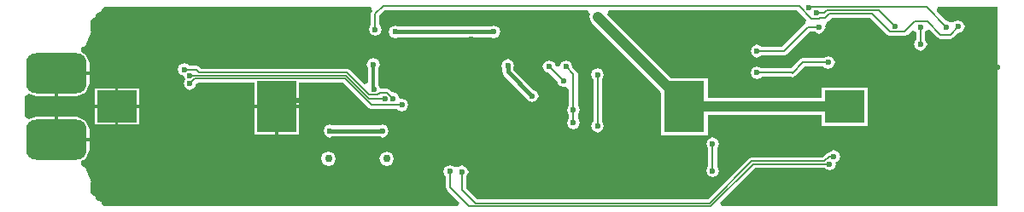
<source format=gbl>
G04 Layer_Physical_Order=2*
G04 Layer_Color=16711680*
%FSLAX24Y24*%
%MOIN*%
G70*
G01*
G75*
G04:AMPARAMS|DCode=25|XSize=157.5mil|YSize=236.2mil|CornerRadius=39.4mil|HoleSize=0mil|Usage=FLASHONLY|Rotation=90.000|XOffset=0mil|YOffset=0mil|HoleType=Round|Shape=RoundedRectangle|*
%AMROUNDEDRECTD25*
21,1,0.1575,0.1575,0,0,90.0*
21,1,0.0787,0.2362,0,0,90.0*
1,1,0.0787,0.0787,0.0394*
1,1,0.0787,0.0787,-0.0394*
1,1,0.0787,-0.0787,-0.0394*
1,1,0.0787,-0.0787,0.0394*
%
%ADD25ROUNDEDRECTD25*%
%ADD39C,0.0157*%
%ADD40C,0.0059*%
%ADD42C,0.0079*%
%ADD45C,0.0118*%
%ADD49O,0.0472X0.0709*%
%ADD50O,0.0472X0.0787*%
%ADD51C,0.0295*%
%ADD52C,0.0236*%
%ADD53R,0.1575X0.1252*%
%ADD54R,0.1575X0.2000*%
%ADD55C,0.0394*%
G36*
X38122Y171D02*
X27364D01*
X27304Y316D01*
X28649Y1661D01*
X31385D01*
X31394Y1640D01*
X31575Y1565D01*
X31756Y1640D01*
X31830Y1821D01*
X31807Y1878D01*
X31921Y1926D01*
X31996Y2106D01*
X31921Y2287D01*
X31740Y2362D01*
X31559Y2287D01*
X31551Y2266D01*
X31545D01*
X31432Y2219D01*
X31302Y2089D01*
X28538D01*
X28425Y2042D01*
X26818Y436D01*
X17824D01*
X17385Y875D01*
Y1317D01*
X17406Y1325D01*
X17481Y1506D01*
X17406Y1687D01*
X17226Y1762D01*
X17106Y1712D01*
X16938Y1707D01*
X16757Y1781D01*
X16576Y1707D01*
X16501Y1526D01*
X16576Y1345D01*
X16597Y1336D01*
Y901D01*
X16644Y788D01*
X17116Y316D01*
X17056Y171D01*
X15266D01*
X15266Y170D01*
X11034D01*
X11033Y170D01*
X3258D01*
X3147Y282D01*
X3148Y336D01*
X2969Y410D01*
X2895Y588D01*
X2841Y587D01*
X2730Y698D01*
Y1119D01*
X2731Y1120D01*
X2775Y1121D01*
X2541Y1685D01*
X2353Y1763D01*
Y1933D01*
X2539Y2011D01*
X2689Y2372D01*
Y2707D01*
X1390D01*
Y2766D01*
X1331D01*
Y3671D01*
X602D01*
X328Y3557D01*
X170Y3657D01*
Y4474D01*
X328Y4573D01*
X602Y4459D01*
X1331D01*
Y5364D01*
X1390D01*
Y5423D01*
X2689D01*
Y5758D01*
X2539Y6120D01*
X2353Y6197D01*
Y6367D01*
X2541Y6445D01*
X2775Y7009D01*
X2731Y7010D01*
X2730Y7012D01*
Y7432D01*
X2841Y7543D01*
X2895Y7542D01*
X2969Y7720D01*
X3148Y7794D01*
X3147Y7848D01*
X3258Y7960D01*
X13655D01*
X13712Y7802D01*
X13668Y7697D01*
Y7272D01*
X13658Y7267D01*
X13583Y7087D01*
X13658Y6906D01*
X13839Y6831D01*
X14019Y6906D01*
X14094Y7087D01*
X14019Y7267D01*
X14009Y7272D01*
Y7626D01*
X14214Y7832D01*
X22113D01*
X22218Y7674D01*
X22179Y7579D01*
X22279Y7338D01*
X25000Y4616D01*
Y2947D01*
X26811D01*
Y3724D01*
X31252D01*
Y3321D01*
X33063D01*
Y4809D01*
X31252D01*
Y4406D01*
X26811D01*
Y5183D01*
X25397D01*
X22906Y7674D01*
X22972Y7832D01*
X30306D01*
X30653Y7485D01*
X30616Y7299D01*
X30608Y7296D01*
X29723Y6411D01*
X28925D01*
X28921Y6421D01*
X28740Y6496D01*
X28559Y6421D01*
X28484Y6240D01*
X28559Y6060D01*
X28740Y5985D01*
X28921Y6060D01*
X28925Y6070D01*
X29793D01*
X29914Y6120D01*
X30799Y7005D01*
X30976D01*
X30981Y6995D01*
X31161Y6920D01*
X31342Y6995D01*
X31417Y7175D01*
X31405Y7205D01*
X31404Y7220D01*
X31495Y7399D01*
X31518Y7409D01*
X31645Y7536D01*
X33148D01*
X33812Y6873D01*
X33932Y6823D01*
X34503D01*
X34623Y6873D01*
X34784Y7033D01*
X34919Y7006D01*
X34952Y6978D01*
Y6691D01*
X34941Y6687D01*
X34866Y6506D01*
X34941Y6325D01*
X35122Y6250D01*
X35303Y6325D01*
X35378Y6506D01*
X35303Y6687D01*
X35293Y6691D01*
Y6990D01*
X35303Y6995D01*
X35321Y7038D01*
X35475Y7069D01*
X35782Y6762D01*
X35903Y6712D01*
X36282D01*
X36403Y6762D01*
X36580Y6940D01*
X36591Y6935D01*
X36771Y7010D01*
X36846Y7191D01*
X36771Y7372D01*
X36591Y7447D01*
X36475Y7399D01*
X36387Y7374D01*
X36246Y7388D01*
X36142Y7431D01*
X36131Y7427D01*
X35744Y7814D01*
X35804Y7960D01*
X38122D01*
X38122Y171D01*
D02*
G37*
%LPC*%
G36*
X22520Y5571D02*
X22339Y5496D01*
X22264Y5315D01*
X22339Y5134D01*
X22349Y5130D01*
Y3492D01*
X22339Y3488D01*
X22264Y3307D01*
X22339Y3126D01*
X22520Y3051D01*
X22700Y3126D01*
X22775Y3307D01*
X22700Y3488D01*
X22690Y3492D01*
Y5130D01*
X22700Y5134D01*
X22775Y5315D01*
X22700Y5496D01*
X22520Y5571D01*
D02*
G37*
G36*
X10866Y4006D02*
X10059D01*
Y2986D01*
X10866D01*
Y4006D01*
D02*
G37*
G36*
X3689D02*
X2882D01*
Y3360D01*
X3689D01*
Y4006D01*
D02*
G37*
G36*
X14116Y3368D02*
X14013Y3325D01*
X14010D01*
X14005Y3327D01*
X14000Y3325D01*
X12172D01*
X12069Y3368D01*
X11888Y3293D01*
X11813Y3112D01*
X11888Y2931D01*
X12069Y2856D01*
X12172Y2899D01*
X14003D01*
X14003Y2899D01*
X14005Y2900D01*
X14007Y2899D01*
X14007Y2899D01*
X14013D01*
X14116Y2856D01*
X14297Y2931D01*
X14372Y3112D01*
X14297Y3293D01*
X14116Y3368D01*
D02*
G37*
G36*
X9941Y4006D02*
X9134D01*
Y2986D01*
X9941D01*
Y4006D01*
D02*
G37*
G36*
X12012Y2311D02*
X11808Y2227D01*
X11724Y2024D01*
X11808Y1820D01*
X12012Y1736D01*
X12215Y1820D01*
X12300Y2024D01*
X12215Y2227D01*
X12012Y2311D01*
D02*
G37*
G36*
X27008Y2864D02*
X26827Y2789D01*
X26752Y2608D01*
X26827Y2428D01*
X26837Y2423D01*
Y1731D01*
X26827Y1726D01*
X26752Y1545D01*
X26827Y1365D01*
X27008Y1290D01*
X27189Y1365D01*
X27264Y1545D01*
X27189Y1726D01*
X27178Y1731D01*
Y2423D01*
X27189Y2428D01*
X27264Y2608D01*
X27189Y2789D01*
X27008Y2864D01*
D02*
G37*
G36*
X2177Y3671D02*
X1449D01*
Y2825D01*
X2689D01*
Y3160D01*
X2539Y3521D01*
X2177Y3671D01*
D02*
G37*
G36*
X14287Y2311D02*
X14084Y2227D01*
X14000Y2024D01*
X14084Y1820D01*
X14287Y1736D01*
X14491Y1820D01*
X14575Y2024D01*
X14491Y2227D01*
X14287Y2311D01*
D02*
G37*
G36*
X31522Y6049D02*
X31341Y5974D01*
X31337Y5964D01*
X30522D01*
X30402Y5914D01*
X30052Y5564D01*
X28925D01*
X28921Y5574D01*
X28740Y5649D01*
X28559Y5574D01*
X28484Y5394D01*
X28559Y5213D01*
X28740Y5138D01*
X28921Y5213D01*
X28925Y5223D01*
X30093D01*
X30114Y5215D01*
X30235Y5265D01*
X30593Y5623D01*
X31337D01*
X31341Y5613D01*
X31522Y5538D01*
X31702Y5613D01*
X31777Y5793D01*
X31702Y5974D01*
X31522Y6049D01*
D02*
G37*
G36*
X13765Y5975D02*
X13584Y5900D01*
X13509Y5719D01*
X13573Y5565D01*
Y5004D01*
X13416Y4938D01*
X12847Y5507D01*
X12734Y5554D01*
X7041D01*
X6959Y5635D01*
X6846Y5682D01*
X6567D01*
X6559Y5703D01*
X6378Y5777D01*
X6197Y5703D01*
X6122Y5522D01*
X6197Y5341D01*
X6352Y5277D01*
X6413Y5130D01*
X6349Y4975D01*
X6424Y4794D01*
X6604Y4719D01*
X6785Y4794D01*
X6860Y4975D01*
X7006Y5017D01*
X9134D01*
Y4124D01*
X10000D01*
X10866D01*
Y5017D01*
X12578D01*
X13585Y4011D01*
X13698Y3964D01*
X14692D01*
X14701Y3943D01*
X14882Y3868D01*
X15063Y3943D01*
X15138Y4124D01*
X15063Y4305D01*
X14882Y4380D01*
X14858Y4370D01*
X14783Y4380D01*
X14708Y4561D01*
X14528Y4636D01*
X14507Y4627D01*
X14404Y4729D01*
X14291Y4776D01*
X14021D01*
X14018Y4775D01*
X13960Y4915D01*
X13957Y4917D01*
Y5565D01*
X14021Y5719D01*
X13946Y5900D01*
X13765Y5975D01*
D02*
G37*
G36*
X18465Y7249D02*
X18362Y7206D01*
X14724D01*
X14621Y7249D01*
X14440Y7174D01*
X14365Y6993D01*
X14440Y6812D01*
X14621Y6738D01*
X14724Y6780D01*
X18362D01*
X18465Y6738D01*
X18645Y6812D01*
X18720Y6993D01*
X18645Y7174D01*
X18465Y7249D01*
D02*
G37*
G36*
X21278Y5886D02*
X21097Y5811D01*
X21043Y5680D01*
X20965Y5651D01*
X20877Y5651D01*
X20811Y5811D01*
X20630Y5886D01*
X20449Y5811D01*
X20374Y5630D01*
X20449Y5449D01*
X20630Y5374D01*
X20640Y5379D01*
X20930Y5089D01*
X20925Y5079D01*
X21000Y4898D01*
X21181Y4823D01*
X21247Y4850D01*
X21404Y4745D01*
Y4122D01*
X21394Y4118D01*
X21319Y3937D01*
X21394Y3756D01*
X21395Y3756D01*
Y3606D01*
X21394Y3606D01*
X21319Y3425D01*
X21394Y3244D01*
X21575Y3170D01*
X21756Y3244D01*
X21830Y3425D01*
X21756Y3606D01*
X21755Y3606D01*
Y3756D01*
X21756Y3756D01*
X21830Y3937D01*
X21756Y4118D01*
X21745Y4122D01*
Y5333D01*
X21695Y5454D01*
X21530Y5620D01*
X21534Y5630D01*
X21459Y5811D01*
X21278Y5886D01*
D02*
G37*
G36*
X2689Y5305D02*
X1449D01*
Y4459D01*
X2177D01*
X2539Y4609D01*
X2689Y4971D01*
Y5305D01*
D02*
G37*
G36*
X3689Y4770D02*
X2882D01*
Y4124D01*
X3689D01*
Y4770D01*
D02*
G37*
G36*
X4614Y4006D02*
X3807D01*
Y3360D01*
X4614D01*
Y4006D01*
D02*
G37*
G36*
X19016Y5925D02*
X18835Y5850D01*
X18760Y5669D01*
X18803Y5566D01*
Y5433D01*
X18803Y5433D01*
X18865Y5282D01*
X19737Y4410D01*
X19780Y4307D01*
X19961Y4233D01*
X20141Y4307D01*
X20216Y4488D01*
X20141Y4669D01*
X20039Y4712D01*
X19229Y5521D01*
Y5566D01*
X19271Y5669D01*
X19197Y5850D01*
X19016Y5925D01*
D02*
G37*
G36*
X4614Y4770D02*
X3807D01*
Y4124D01*
X4614D01*
Y4770D01*
D02*
G37*
%LPD*%
D25*
X1390Y2766D02*
D03*
Y5364D02*
D03*
D39*
X19016Y5433D02*
X19961Y4488D01*
X19016Y5433D02*
Y5669D01*
X14621Y6993D02*
X18465D01*
X14007Y3112D02*
X14116D01*
X14005Y3114D02*
X14007Y3112D01*
X14003D02*
X14005Y3114D01*
X12069Y3112D02*
X14003D01*
D40*
X14291Y4616D02*
X14528Y4380D01*
X14021Y4616D02*
X14291D01*
X13942Y4538D02*
X14021Y4616D01*
X13591Y4538D02*
X13942D01*
X13698Y4124D02*
X14882D01*
X12645Y5177D02*
X13698Y4124D01*
X17490Y167D02*
X26929D01*
X16757Y901D02*
X17490Y167D01*
X17758Y276D02*
X26884D01*
X17226Y808D02*
X17758Y276D01*
X16757Y901D02*
Y1526D01*
X17226Y808D02*
Y1506D01*
X12734Y5394D02*
X13591Y4538D01*
X13595Y4380D02*
X14213D01*
X12689Y5286D02*
X13595Y4380D01*
X6807Y5177D02*
X12645D01*
X6604Y5286D02*
X12689D01*
X6974Y5394D02*
X12734D01*
X6846Y5522D02*
X6974Y5394D01*
X6378Y5522D02*
X6846D01*
X6604Y4975D02*
X6807Y5177D01*
X26929Y167D02*
X28583Y1821D01*
X26884Y276D02*
X28538Y1929D01*
X31368D01*
X31545Y2106D01*
X31740D01*
X28583Y1821D02*
X31575D01*
D42*
X22520Y3307D02*
Y5315D01*
X21575Y3937D02*
Y5333D01*
Y3425D02*
Y3937D01*
X21278Y5630D02*
X21575Y5333D01*
X20630Y5630D02*
X21181Y5079D01*
X28740Y5394D02*
X30106D01*
X30114Y5385D01*
X30522Y5793D01*
X28740Y6240D02*
X29793D01*
X30728Y7175D01*
X14144Y8002D02*
X30377D01*
X13839Y7087D02*
Y7697D01*
X14144Y8002D01*
X30728Y7175D02*
X31161D01*
X30859Y7520D02*
X31149D01*
X30377Y8002D02*
X30859Y7520D01*
X30522Y5793D02*
X31522D01*
X34503Y6993D02*
X34902Y7392D01*
X33932Y6993D02*
X34503D01*
X33219Y7707D02*
X33932Y6993D01*
X31575Y7707D02*
X33219D01*
X31398Y7530D02*
X31575Y7707D01*
X31158Y7530D02*
X31398D01*
X31149Y7520D02*
X31158Y7530D01*
X31457Y7835D02*
X33502D01*
X31063Y7726D02*
X31348D01*
X31457Y7835D01*
X30787Y7963D02*
X35354D01*
X30748Y7923D02*
X30787Y7963D01*
X33502Y7835D02*
X34122Y7215D01*
X27008Y1545D02*
Y2608D01*
X27008Y2608D02*
X27008Y2608D01*
X35903Y6883D02*
X36282D01*
X35394Y7392D02*
X35903Y6883D01*
X34902Y7392D02*
X35394D01*
X35122Y6506D02*
Y7175D01*
X36282Y6883D02*
X36591Y7191D01*
X35354Y7963D02*
X36142Y7175D01*
D45*
X13765Y4749D02*
Y5719D01*
Y4749D02*
X13780Y4734D01*
D49*
X11449Y587D02*
D03*
X14850D02*
D03*
D50*
X11449Y2232D02*
D03*
X14850D02*
D03*
D51*
X14287Y2024D02*
D03*
X12012D02*
D03*
D52*
X22520Y3307D02*
D03*
Y5315D02*
D03*
X24961Y2528D02*
D03*
X21575Y3937D02*
D03*
Y3425D02*
D03*
X21278Y5630D02*
D03*
X20630D02*
D03*
X19016Y5669D02*
D03*
X19961Y4488D02*
D03*
X25142Y6559D02*
D03*
X24528Y7205D02*
D03*
X21181Y5079D02*
D03*
X19226Y6993D02*
D03*
X29882Y5848D02*
D03*
X30354Y4841D02*
D03*
X29902Y7018D02*
D03*
X28740Y5394D02*
D03*
Y6240D02*
D03*
X22520Y7579D02*
D03*
X14621Y6993D02*
D03*
X18465D02*
D03*
X13839Y7087D02*
D03*
X10368Y6903D02*
D03*
X13425D02*
D03*
X16099Y5191D02*
D03*
X31161Y7175D02*
D03*
X13765Y5719D02*
D03*
X16757Y1526D02*
D03*
X17226Y1506D02*
D03*
X14116Y3112D02*
D03*
X12069D02*
D03*
X13780Y4734D02*
D03*
X11339Y4758D02*
D03*
X14882Y4124D02*
D03*
X14528Y4380D02*
D03*
X14213D02*
D03*
X31522Y5793D02*
D03*
X31063Y7726D02*
D03*
X30748Y7923D02*
D03*
X17106Y4758D02*
D03*
X18606Y4439D02*
D03*
X19803Y3868D02*
D03*
X17594Y6703D02*
D03*
X12598Y6230D02*
D03*
X31740Y2106D02*
D03*
X6604Y5286D02*
D03*
X6378Y5522D02*
D03*
X6604Y4975D02*
D03*
X3418Y3986D02*
D03*
X3819Y3120D02*
D03*
X27008Y1545D02*
D03*
X35122Y6506D02*
D03*
X31522Y6309D02*
D03*
X27008Y2608D02*
D03*
X17520Y6034D02*
D03*
X36496Y6230D02*
D03*
X38110Y5601D02*
D03*
X34122Y7215D02*
D03*
X35122Y7175D02*
D03*
X36591Y7191D02*
D03*
X36142Y7175D02*
D03*
X31575Y1821D02*
D03*
X10787Y4291D02*
D03*
X2520Y4439D02*
D03*
D53*
X32157Y4065D02*
D03*
X3748D02*
D03*
D54*
X25906D02*
D03*
X10000D02*
D03*
D55*
X25906D02*
Y4193D01*
X22520Y7579D02*
X25906Y4193D01*
Y4065D02*
X32157D01*
M02*

</source>
